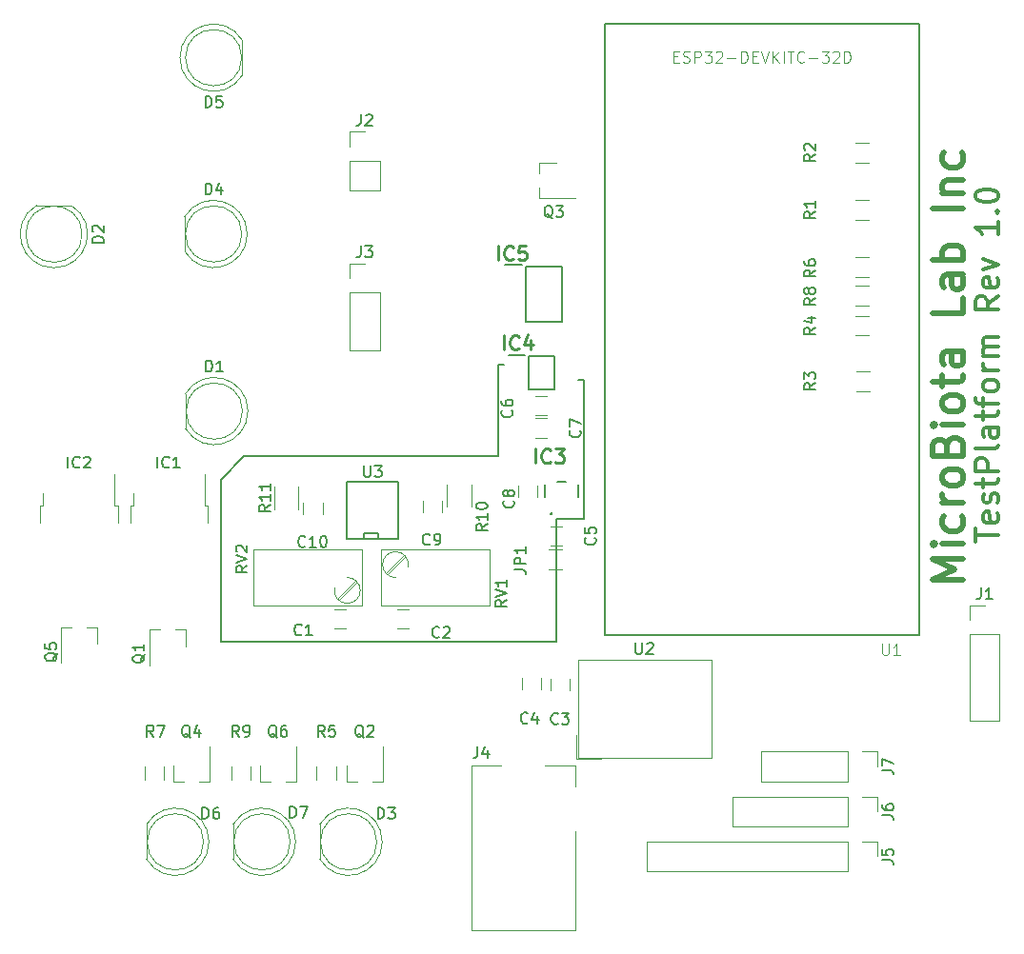
<source format=gto>
G04 #@! TF.GenerationSoftware,KiCad,Pcbnew,(5.0.0)*
G04 #@! TF.CreationDate,2018-12-05T14:54:44-08:00*
G04 #@! TF.ProjectId,TestPlatformBoard,54657374506C6174666F726D426F6172,rev?*
G04 #@! TF.SameCoordinates,Original*
G04 #@! TF.FileFunction,Legend,Top*
G04 #@! TF.FilePolarity,Positive*
%FSLAX46Y46*%
G04 Gerber Fmt 4.6, Leading zero omitted, Abs format (unit mm)*
G04 Created by KiCad (PCBNEW (5.0.0)) date 12/05/18 14:54:44*
%MOMM*%
%LPD*%
G01*
G04 APERTURE LIST*
%ADD10C,0.300000*%
%ADD11C,0.500000*%
%ADD12C,0.200000*%
%ADD13C,0.120000*%
%ADD14C,0.127000*%
%ADD15C,0.254000*%
%ADD16C,0.150000*%
%ADD17C,0.050000*%
G04 APERTURE END LIST*
D10*
X85104761Y-46211904D02*
X85104761Y-45069047D01*
X87104761Y-45640476D02*
X85104761Y-45640476D01*
X87009523Y-43640476D02*
X87104761Y-43830952D01*
X87104761Y-44211904D01*
X87009523Y-44402380D01*
X86819047Y-44497619D01*
X86057142Y-44497619D01*
X85866666Y-44402380D01*
X85771428Y-44211904D01*
X85771428Y-43830952D01*
X85866666Y-43640476D01*
X86057142Y-43545238D01*
X86247619Y-43545238D01*
X86438095Y-44497619D01*
X87009523Y-42783333D02*
X87104761Y-42592857D01*
X87104761Y-42211904D01*
X87009523Y-42021428D01*
X86819047Y-41926190D01*
X86723809Y-41926190D01*
X86533333Y-42021428D01*
X86438095Y-42211904D01*
X86438095Y-42497619D01*
X86342857Y-42688095D01*
X86152380Y-42783333D01*
X86057142Y-42783333D01*
X85866666Y-42688095D01*
X85771428Y-42497619D01*
X85771428Y-42211904D01*
X85866666Y-42021428D01*
X85771428Y-41354761D02*
X85771428Y-40592857D01*
X85104761Y-41069047D02*
X86819047Y-41069047D01*
X87009523Y-40973809D01*
X87104761Y-40783333D01*
X87104761Y-40592857D01*
X87104761Y-39926190D02*
X85104761Y-39926190D01*
X85104761Y-39164285D01*
X85200000Y-38973809D01*
X85295238Y-38878571D01*
X85485714Y-38783333D01*
X85771428Y-38783333D01*
X85961904Y-38878571D01*
X86057142Y-38973809D01*
X86152380Y-39164285D01*
X86152380Y-39926190D01*
X87104761Y-37640476D02*
X87009523Y-37830952D01*
X86819047Y-37926190D01*
X85104761Y-37926190D01*
X87104761Y-36021428D02*
X86057142Y-36021428D01*
X85866666Y-36116666D01*
X85771428Y-36307142D01*
X85771428Y-36688095D01*
X85866666Y-36878571D01*
X87009523Y-36021428D02*
X87104761Y-36211904D01*
X87104761Y-36688095D01*
X87009523Y-36878571D01*
X86819047Y-36973809D01*
X86628571Y-36973809D01*
X86438095Y-36878571D01*
X86342857Y-36688095D01*
X86342857Y-36211904D01*
X86247619Y-36021428D01*
X85771428Y-35354761D02*
X85771428Y-34592857D01*
X85104761Y-35069047D02*
X86819047Y-35069047D01*
X87009523Y-34973809D01*
X87104761Y-34783333D01*
X87104761Y-34592857D01*
X85771428Y-34211904D02*
X85771428Y-33450000D01*
X87104761Y-33926190D02*
X85390476Y-33926190D01*
X85200000Y-33830952D01*
X85104761Y-33640476D01*
X85104761Y-33450000D01*
X87104761Y-32497619D02*
X87009523Y-32688095D01*
X86914285Y-32783333D01*
X86723809Y-32878571D01*
X86152380Y-32878571D01*
X85961904Y-32783333D01*
X85866666Y-32688095D01*
X85771428Y-32497619D01*
X85771428Y-32211904D01*
X85866666Y-32021428D01*
X85961904Y-31926190D01*
X86152380Y-31830952D01*
X86723809Y-31830952D01*
X86914285Y-31926190D01*
X87009523Y-32021428D01*
X87104761Y-32211904D01*
X87104761Y-32497619D01*
X87104761Y-30973809D02*
X85771428Y-30973809D01*
X86152380Y-30973809D02*
X85961904Y-30878571D01*
X85866666Y-30783333D01*
X85771428Y-30592857D01*
X85771428Y-30402380D01*
X87104761Y-29735714D02*
X85771428Y-29735714D01*
X85961904Y-29735714D02*
X85866666Y-29640476D01*
X85771428Y-29450000D01*
X85771428Y-29164285D01*
X85866666Y-28973809D01*
X86057142Y-28878571D01*
X87104761Y-28878571D01*
X86057142Y-28878571D02*
X85866666Y-28783333D01*
X85771428Y-28592857D01*
X85771428Y-28307142D01*
X85866666Y-28116666D01*
X86057142Y-28021428D01*
X87104761Y-28021428D01*
X87104761Y-24402380D02*
X86152380Y-25069047D01*
X87104761Y-25545238D02*
X85104761Y-25545238D01*
X85104761Y-24783333D01*
X85200000Y-24592857D01*
X85295238Y-24497619D01*
X85485714Y-24402380D01*
X85771428Y-24402380D01*
X85961904Y-24497619D01*
X86057142Y-24592857D01*
X86152380Y-24783333D01*
X86152380Y-25545238D01*
X87009523Y-22783333D02*
X87104761Y-22973809D01*
X87104761Y-23354761D01*
X87009523Y-23545238D01*
X86819047Y-23640476D01*
X86057142Y-23640476D01*
X85866666Y-23545238D01*
X85771428Y-23354761D01*
X85771428Y-22973809D01*
X85866666Y-22783333D01*
X86057142Y-22688095D01*
X86247619Y-22688095D01*
X86438095Y-23640476D01*
X85771428Y-22021428D02*
X87104761Y-21545238D01*
X85771428Y-21069047D01*
X87104761Y-17735714D02*
X87104761Y-18878571D01*
X87104761Y-18307142D02*
X85104761Y-18307142D01*
X85390476Y-18497619D01*
X85580952Y-18688095D01*
X85676190Y-18878571D01*
X86914285Y-16878571D02*
X87009523Y-16783333D01*
X87104761Y-16878571D01*
X87009523Y-16973809D01*
X86914285Y-16878571D01*
X87104761Y-16878571D01*
X85104761Y-15545238D02*
X85104761Y-15354761D01*
X85200000Y-15164285D01*
X85295238Y-15069047D01*
X85485714Y-14973809D01*
X85866666Y-14878571D01*
X86342857Y-14878571D01*
X86723809Y-14973809D01*
X86914285Y-15069047D01*
X87009523Y-15164285D01*
X87104761Y-15354761D01*
X87104761Y-15545238D01*
X87009523Y-15735714D01*
X86914285Y-15830952D01*
X86723809Y-15926190D01*
X86342857Y-16021428D01*
X85866666Y-16021428D01*
X85485714Y-15926190D01*
X85295238Y-15830952D01*
X85200000Y-15735714D01*
X85104761Y-15545238D01*
D11*
X83994047Y-49572619D02*
X81244047Y-49572619D01*
X83208333Y-48655952D01*
X81244047Y-47739285D01*
X83994047Y-47739285D01*
X83994047Y-46429761D02*
X82160714Y-46429761D01*
X81244047Y-46429761D02*
X81375000Y-46560714D01*
X81505952Y-46429761D01*
X81375000Y-46298809D01*
X81244047Y-46429761D01*
X81505952Y-46429761D01*
X83863095Y-43941666D02*
X83994047Y-44203571D01*
X83994047Y-44727380D01*
X83863095Y-44989285D01*
X83732142Y-45120238D01*
X83470238Y-45251190D01*
X82684523Y-45251190D01*
X82422619Y-45120238D01*
X82291666Y-44989285D01*
X82160714Y-44727380D01*
X82160714Y-44203571D01*
X82291666Y-43941666D01*
X83994047Y-42763095D02*
X82160714Y-42763095D01*
X82684523Y-42763095D02*
X82422619Y-42632142D01*
X82291666Y-42501190D01*
X82160714Y-42239285D01*
X82160714Y-41977380D01*
X83994047Y-40667857D02*
X83863095Y-40929761D01*
X83732142Y-41060714D01*
X83470238Y-41191666D01*
X82684523Y-41191666D01*
X82422619Y-41060714D01*
X82291666Y-40929761D01*
X82160714Y-40667857D01*
X82160714Y-40275000D01*
X82291666Y-40013095D01*
X82422619Y-39882142D01*
X82684523Y-39751190D01*
X83470238Y-39751190D01*
X83732142Y-39882142D01*
X83863095Y-40013095D01*
X83994047Y-40275000D01*
X83994047Y-40667857D01*
X82553571Y-37655952D02*
X82684523Y-37263095D01*
X82815476Y-37132142D01*
X83077380Y-37001190D01*
X83470238Y-37001190D01*
X83732142Y-37132142D01*
X83863095Y-37263095D01*
X83994047Y-37525000D01*
X83994047Y-38572619D01*
X81244047Y-38572619D01*
X81244047Y-37655952D01*
X81375000Y-37394047D01*
X81505952Y-37263095D01*
X81767857Y-37132142D01*
X82029761Y-37132142D01*
X82291666Y-37263095D01*
X82422619Y-37394047D01*
X82553571Y-37655952D01*
X82553571Y-38572619D01*
X83994047Y-35822619D02*
X82160714Y-35822619D01*
X81244047Y-35822619D02*
X81375000Y-35953571D01*
X81505952Y-35822619D01*
X81375000Y-35691666D01*
X81244047Y-35822619D01*
X81505952Y-35822619D01*
X83994047Y-34120238D02*
X83863095Y-34382142D01*
X83732142Y-34513095D01*
X83470238Y-34644047D01*
X82684523Y-34644047D01*
X82422619Y-34513095D01*
X82291666Y-34382142D01*
X82160714Y-34120238D01*
X82160714Y-33727380D01*
X82291666Y-33465476D01*
X82422619Y-33334523D01*
X82684523Y-33203571D01*
X83470238Y-33203571D01*
X83732142Y-33334523D01*
X83863095Y-33465476D01*
X83994047Y-33727380D01*
X83994047Y-34120238D01*
X82160714Y-32417857D02*
X82160714Y-31370238D01*
X81244047Y-32025000D02*
X83601190Y-32025000D01*
X83863095Y-31894047D01*
X83994047Y-31632142D01*
X83994047Y-31370238D01*
X83994047Y-29275000D02*
X82553571Y-29275000D01*
X82291666Y-29405952D01*
X82160714Y-29667857D01*
X82160714Y-30191666D01*
X82291666Y-30453571D01*
X83863095Y-29275000D02*
X83994047Y-29536904D01*
X83994047Y-30191666D01*
X83863095Y-30453571D01*
X83601190Y-30584523D01*
X83339285Y-30584523D01*
X83077380Y-30453571D01*
X82946428Y-30191666D01*
X82946428Y-29536904D01*
X82815476Y-29275000D01*
X83994047Y-24560714D02*
X83994047Y-25870238D01*
X81244047Y-25870238D01*
X83994047Y-22465476D02*
X82553571Y-22465476D01*
X82291666Y-22596428D01*
X82160714Y-22858333D01*
X82160714Y-23382142D01*
X82291666Y-23644047D01*
X83863095Y-22465476D02*
X83994047Y-22727380D01*
X83994047Y-23382142D01*
X83863095Y-23644047D01*
X83601190Y-23775000D01*
X83339285Y-23775000D01*
X83077380Y-23644047D01*
X82946428Y-23382142D01*
X82946428Y-22727380D01*
X82815476Y-22465476D01*
X83994047Y-21155952D02*
X81244047Y-21155952D01*
X82291666Y-21155952D02*
X82160714Y-20894047D01*
X82160714Y-20370238D01*
X82291666Y-20108333D01*
X82422619Y-19977380D01*
X82684523Y-19846428D01*
X83470238Y-19846428D01*
X83732142Y-19977380D01*
X83863095Y-20108333D01*
X83994047Y-20370238D01*
X83994047Y-20894047D01*
X83863095Y-21155952D01*
X83994047Y-16572619D02*
X81244047Y-16572619D01*
X82160714Y-15263095D02*
X83994047Y-15263095D01*
X82422619Y-15263095D02*
X82291666Y-15132142D01*
X82160714Y-14870238D01*
X82160714Y-14477380D01*
X82291666Y-14215476D01*
X82553571Y-14084523D01*
X83994047Y-14084523D01*
X83863095Y-11596428D02*
X83994047Y-11858333D01*
X83994047Y-12382142D01*
X83863095Y-12644047D01*
X83732142Y-12775000D01*
X83470238Y-12905952D01*
X82684523Y-12905952D01*
X82422619Y-12775000D01*
X82291666Y-12644047D01*
X82160714Y-12382142D01*
X82160714Y-11858333D01*
X82291666Y-11596428D01*
D12*
X42700000Y-38600000D02*
X20100000Y-38600000D01*
X18000000Y-40700000D02*
X20100000Y-38600000D01*
X18000000Y-55100000D02*
X18000000Y-40700000D01*
X47800000Y-55100000D02*
X47800000Y-44200000D01*
X42700000Y-55100000D02*
X47800000Y-55100000D01*
X50300000Y-44200000D02*
X47800000Y-44200000D01*
X50300000Y-38700000D02*
X50300000Y-44200000D01*
X42700000Y-30500000D02*
X42700000Y-38600000D01*
X43200000Y-30500000D02*
X42700000Y-30500000D01*
X50300000Y-31800000D02*
X50300000Y-37500000D01*
X49800000Y-31800000D02*
X50300000Y-31800000D01*
X50300000Y-37500000D02*
X50300000Y-38700000D01*
X18000000Y-55100000D02*
X42700000Y-55100000D01*
D13*
G04 #@! TO.C,R4*
X74400000Y-26120000D02*
X75600000Y-26120000D01*
X75600000Y-27880000D02*
X74400000Y-27880000D01*
G04 #@! TO.C,Q1*
X14880000Y-54040000D02*
X13950000Y-54040000D01*
X11720000Y-54040000D02*
X12650000Y-54040000D01*
X11720000Y-54040000D02*
X11720000Y-57200000D01*
X14880000Y-54040000D02*
X14880000Y-55500000D01*
D14*
G04 #@! TO.C,U1*
X52150000Y-150000D02*
X80050000Y-150000D01*
X52150000Y-54550000D02*
X52150000Y-150000D01*
X80050000Y-54550000D02*
X52150000Y-54550000D01*
X80050000Y-150000D02*
X80050000Y-54550000D01*
D13*
G04 #@! TO.C,C9*
X35950000Y-42600000D02*
X35950000Y-43600000D01*
X37650000Y-43600000D02*
X37650000Y-42600000D01*
G04 #@! TO.C,C10*
X27050000Y-43750000D02*
X27050000Y-42750000D01*
X25350000Y-42750000D02*
X25350000Y-43750000D01*
G04 #@! TO.C,R1*
X74400000Y-15820000D02*
X75600000Y-15820000D01*
X75600000Y-17580000D02*
X74400000Y-17580000D01*
G04 #@! TO.C,R5*
X28280000Y-66200000D02*
X28280000Y-67400000D01*
X26520000Y-67400000D02*
X26520000Y-66200000D01*
G04 #@! TO.C,R6*
X75600000Y-22680000D02*
X74400000Y-22680000D01*
X74400000Y-20920000D02*
X75600000Y-20920000D01*
G04 #@! TO.C,R2*
X74400000Y-10720000D02*
X75600000Y-10720000D01*
X75600000Y-12480000D02*
X74400000Y-12480000D01*
G04 #@! TO.C,R8*
X75600000Y-25180000D02*
X74400000Y-25180000D01*
X74400000Y-23420000D02*
X75600000Y-23420000D01*
G04 #@! TO.C,R7*
X12980000Y-66200000D02*
X12980000Y-67400000D01*
X11220000Y-67400000D02*
X11220000Y-66200000D01*
G04 #@! TO.C,R3*
X74500000Y-31070000D02*
X75700000Y-31070000D01*
X75700000Y-32830000D02*
X74500000Y-32830000D01*
D12*
G04 #@! TO.C,IC4*
X45350000Y-29675000D02*
X47650000Y-29675000D01*
X47650000Y-29675000D02*
X47650000Y-32675000D01*
X47650000Y-32675000D02*
X45350000Y-32675000D01*
X45350000Y-32675000D02*
X45350000Y-29675000D01*
X43600000Y-29625000D02*
X45000000Y-29625000D01*
G04 #@! TO.C,IC5*
X45100000Y-21750000D02*
X48300000Y-21750000D01*
X48300000Y-21750000D02*
X48300000Y-26650000D01*
X48300000Y-26650000D02*
X45100000Y-26650000D01*
X45100000Y-26650000D02*
X45100000Y-21750000D01*
X43225000Y-21620000D02*
X44750000Y-21620000D01*
D13*
G04 #@! TO.C,J1*
X84570000Y-51870000D02*
X85900000Y-51870000D01*
X84570000Y-53200000D02*
X84570000Y-51870000D01*
X84570000Y-54470000D02*
X87230000Y-54470000D01*
X87230000Y-54470000D02*
X87230000Y-62150000D01*
X84570000Y-54470000D02*
X84570000Y-62150000D01*
X84570000Y-62150000D02*
X87230000Y-62150000D01*
G04 #@! TO.C,J2*
X29470000Y-9770000D02*
X30800000Y-9770000D01*
X29470000Y-11100000D02*
X29470000Y-9770000D01*
X29470000Y-12370000D02*
X32130000Y-12370000D01*
X32130000Y-12370000D02*
X32130000Y-14970000D01*
X29470000Y-12370000D02*
X29470000Y-14970000D01*
X29470000Y-14970000D02*
X32130000Y-14970000D01*
D12*
G04 #@! TO.C,IC3*
X46850000Y-41137000D02*
X46850000Y-42260000D01*
X49750000Y-41137000D02*
X49750000Y-42260000D01*
X47950000Y-40901000D02*
X48650000Y-40901000D01*
D15*
X47378300Y-43712000D02*
G75*
G03X47378300Y-43712000I-59300J0D01*
G01*
D13*
G04 #@! TO.C,IC1*
X16850000Y-44530000D02*
X16850000Y-43030000D01*
X16850000Y-43030000D02*
X16580000Y-43030000D01*
X16580000Y-43030000D02*
X16580000Y-40200000D01*
X9950000Y-44530000D02*
X9950000Y-43030000D01*
X9950000Y-43030000D02*
X10220000Y-43030000D01*
X10220000Y-43030000D02*
X10220000Y-41930000D01*
G04 #@! TO.C,IC2*
X2220000Y-43030000D02*
X2220000Y-41930000D01*
X1950000Y-43030000D02*
X2220000Y-43030000D01*
X1950000Y-44530000D02*
X1950000Y-43030000D01*
X8580000Y-43030000D02*
X8580000Y-40200000D01*
X8850000Y-43030000D02*
X8580000Y-43030000D01*
X8850000Y-44530000D02*
X8850000Y-43030000D01*
G04 #@! TO.C,D4*
X20360000Y-18850462D02*
G75*
G03X14810000Y-17305170I-2990000J462D01*
G01*
X20360000Y-18849538D02*
G75*
G02X14810000Y-20394830I-2990000J-462D01*
G01*
X19870000Y-18850000D02*
G75*
G03X19870000Y-18850000I-2500000J0D01*
G01*
X14810000Y-17305000D02*
X14810000Y-20395000D01*
G04 #@! TO.C,D5*
X19930000Y-4720000D02*
X19930000Y-1630000D01*
X19870000Y-3175000D02*
G75*
G03X19870000Y-3175000I-2500000J0D01*
G01*
X14380000Y-3175462D02*
G75*
G02X19930000Y-1630170I2990000J462D01*
G01*
X14380000Y-3174538D02*
G75*
G03X19930000Y-4719830I2990000J-462D01*
G01*
G04 #@! TO.C,D7*
X19110000Y-71355000D02*
X19110000Y-74445000D01*
X24170000Y-72900000D02*
G75*
G03X24170000Y-72900000I-2500000J0D01*
G01*
X24660000Y-72899538D02*
G75*
G02X19110000Y-74444830I-2990000J-462D01*
G01*
X24660000Y-72900462D02*
G75*
G03X19110000Y-71355170I-2990000J462D01*
G01*
G04 #@! TO.C,C8*
X44450000Y-41200000D02*
X44450000Y-42200000D01*
X46150000Y-42200000D02*
X46150000Y-41200000D01*
G04 #@! TO.C,C6*
X47000000Y-33250000D02*
X46000000Y-33250000D01*
X46000000Y-34950000D02*
X47000000Y-34950000D01*
G04 #@! TO.C,C7*
X45950000Y-36950000D02*
X46950000Y-36950000D01*
X46950000Y-35250000D02*
X45950000Y-35250000D01*
G04 #@! TO.C,C5*
X47300000Y-46550000D02*
X48300000Y-46550000D01*
X48300000Y-44850000D02*
X47300000Y-44850000D01*
G04 #@! TO.C,JP1*
X48350000Y-48680000D02*
X47150000Y-48680000D01*
X47150000Y-46920000D02*
X48350000Y-46920000D01*
G04 #@! TO.C,J3*
X29470000Y-21470000D02*
X30800000Y-21470000D01*
X29470000Y-22800000D02*
X29470000Y-21470000D01*
X29470000Y-24070000D02*
X32130000Y-24070000D01*
X32130000Y-24070000D02*
X32130000Y-29210000D01*
X29470000Y-24070000D02*
X29470000Y-29210000D01*
X29470000Y-29210000D02*
X32130000Y-29210000D01*
G04 #@! TO.C,Q3*
X46340000Y-12520000D02*
X46340000Y-13450000D01*
X46340000Y-15680000D02*
X46340000Y-14750000D01*
X46340000Y-15680000D02*
X49500000Y-15680000D01*
X46340000Y-12520000D02*
X47800000Y-12520000D01*
G04 #@! TO.C,Q6*
X21520000Y-67560000D02*
X21520000Y-66100000D01*
X24680000Y-67560000D02*
X24680000Y-64400000D01*
X24680000Y-67560000D02*
X23750000Y-67560000D01*
X21520000Y-67560000D02*
X22450000Y-67560000D01*
G04 #@! TO.C,Q2*
X29220000Y-67560000D02*
X29220000Y-66100000D01*
X32380000Y-67560000D02*
X32380000Y-64400000D01*
X32380000Y-67560000D02*
X31450000Y-67560000D01*
X29220000Y-67560000D02*
X30150000Y-67560000D01*
G04 #@! TO.C,J5*
X76330000Y-72870000D02*
X76330000Y-74200000D01*
X75000000Y-72870000D02*
X76330000Y-72870000D01*
X73730000Y-72870000D02*
X73730000Y-75530000D01*
X73730000Y-75530000D02*
X55890000Y-75530000D01*
X73730000Y-72870000D02*
X55890000Y-72870000D01*
X55890000Y-72870000D02*
X55890000Y-75530000D01*
G04 #@! TO.C,Q5*
X6980000Y-53840000D02*
X6050000Y-53840000D01*
X3820000Y-53840000D02*
X4750000Y-53840000D01*
X3820000Y-53840000D02*
X3820000Y-57000000D01*
X6980000Y-53840000D02*
X6980000Y-55300000D01*
G04 #@! TO.C,Q4*
X13820000Y-67560000D02*
X13820000Y-66100000D01*
X16980000Y-67560000D02*
X16980000Y-64400000D01*
X16980000Y-67560000D02*
X16050000Y-67560000D01*
X13820000Y-67560000D02*
X14750000Y-67560000D01*
G04 #@! TO.C,C1*
X29100000Y-52250000D02*
X28100000Y-52250000D01*
X28100000Y-53950000D02*
X29100000Y-53950000D01*
G04 #@! TO.C,C4*
X46450000Y-59350000D02*
X46450000Y-58350000D01*
X44750000Y-58350000D02*
X44750000Y-59350000D01*
G04 #@! TO.C,C2*
X34700000Y-52250000D02*
X33700000Y-52250000D01*
X33700000Y-53950000D02*
X34700000Y-53950000D01*
G04 #@! TO.C,C3*
X47350000Y-58450000D02*
X47350000Y-59450000D01*
X49050000Y-59450000D02*
X49050000Y-58450000D01*
G04 #@! TO.C,RV1*
X32809000Y-49125000D02*
X34421000Y-47515000D01*
X32669000Y-48984000D02*
X34280000Y-47374000D01*
X32215000Y-51870000D02*
X32215000Y-46919000D01*
X41865000Y-51870000D02*
X41865000Y-46919000D01*
X41865000Y-46919000D02*
X32215000Y-46919000D01*
X41865000Y-51870000D02*
X32215000Y-51870000D01*
X33524879Y-47095948D02*
G75*
G02X34674000Y-48490000I20121J-1154052D01*
G01*
X33585309Y-49404296D02*
G75*
G02X33545000Y-47095000I-40309J1154296D01*
G01*
G04 #@! TO.C,R11*
X22730000Y-43300000D02*
X22730000Y-41300000D01*
X24870000Y-41300000D02*
X24870000Y-43300000D01*
G04 #@! TO.C,R9*
X20680000Y-66200000D02*
X20680000Y-67400000D01*
X18920000Y-67400000D02*
X18920000Y-66200000D01*
G04 #@! TO.C,R10*
X40270000Y-41100000D02*
X40270000Y-43100000D01*
X38130000Y-43100000D02*
X38130000Y-41100000D01*
D16*
G04 #@! TO.C,U3*
X32008000Y-45432000D02*
X32008000Y-45940000D01*
X30738000Y-45432000D02*
X32008000Y-45432000D01*
X30738000Y-45940000D02*
X30738000Y-45432000D01*
X33786000Y-45940000D02*
X29214000Y-45940000D01*
X33786000Y-40860000D02*
X33786000Y-45940000D01*
X29214000Y-40860000D02*
X33786000Y-40860000D01*
X29214000Y-45940000D02*
X29214000Y-40860000D01*
D13*
G04 #@! TO.C,RV2*
X29214691Y-49395704D02*
G75*
G02X29255000Y-51705000I40309J-1154296D01*
G01*
X29275121Y-51704052D02*
G75*
G02X28126000Y-50310000I-20121J1154052D01*
G01*
X20935000Y-46930000D02*
X30585000Y-46930000D01*
X20935000Y-51881000D02*
X30585000Y-51881000D01*
X20935000Y-46930000D02*
X20935000Y-51881000D01*
X30585000Y-46930000D02*
X30585000Y-51881000D01*
X30131000Y-49816000D02*
X28520000Y-51426000D01*
X29991000Y-49675000D02*
X28379000Y-51285000D01*
G04 #@! TO.C,J4*
X40300000Y-66100000D02*
X42900000Y-66100000D01*
X40300000Y-80800000D02*
X40300000Y-66100000D01*
X49500000Y-66100000D02*
X49500000Y-68000000D01*
X46800000Y-66100000D02*
X49500000Y-66100000D01*
X49500000Y-80800000D02*
X40300000Y-80800000D01*
X49500000Y-72000000D02*
X49500000Y-80800000D01*
G04 #@! TO.C,D1*
X20420000Y-34600462D02*
G75*
G03X14870000Y-33055170I-2990000J462D01*
G01*
X20420000Y-34599538D02*
G75*
G02X14870000Y-36144830I-2990000J-462D01*
G01*
X19930000Y-34600000D02*
G75*
G03X19930000Y-34600000I-2500000J0D01*
G01*
X14870000Y-33055000D02*
X14870000Y-36145000D01*
G04 #@! TO.C,D2*
X4720000Y-16310000D02*
X1630000Y-16310000D01*
X5675000Y-18870000D02*
G75*
G03X5675000Y-18870000I-2500000J0D01*
G01*
X3175462Y-21860000D02*
G75*
G02X1630170Y-16310000I-462J2990000D01*
G01*
X3174538Y-21860000D02*
G75*
G03X4719830Y-16310000I462J2990000D01*
G01*
G04 #@! TO.C,D3*
X26810000Y-71355000D02*
X26810000Y-74445000D01*
X31870000Y-72900000D02*
G75*
G03X31870000Y-72900000I-2500000J0D01*
G01*
X32360000Y-72899538D02*
G75*
G02X26810000Y-74444830I-2990000J-462D01*
G01*
X32360000Y-72900462D02*
G75*
G03X26810000Y-71355170I-2990000J462D01*
G01*
G04 #@! TO.C,D6*
X16960000Y-72900462D02*
G75*
G03X11410000Y-71355170I-2990000J462D01*
G01*
X16960000Y-72899538D02*
G75*
G02X11410000Y-74444830I-2990000J-462D01*
G01*
X16470000Y-72900000D02*
G75*
G03X16470000Y-72900000I-2500000J0D01*
G01*
X11410000Y-71355000D02*
X11410000Y-74445000D01*
G04 #@! TO.C,J6*
X76330000Y-68870000D02*
X76330000Y-70200000D01*
X75000000Y-68870000D02*
X76330000Y-68870000D01*
X73730000Y-68870000D02*
X73730000Y-71530000D01*
X73730000Y-71530000D02*
X63510000Y-71530000D01*
X73730000Y-68870000D02*
X63510000Y-68870000D01*
X63510000Y-68870000D02*
X63510000Y-71530000D01*
G04 #@! TO.C,J7*
X76330000Y-64870000D02*
X76330000Y-66200000D01*
X75000000Y-64870000D02*
X76330000Y-64870000D01*
X73730000Y-64870000D02*
X73730000Y-67530000D01*
X73730000Y-67530000D02*
X66050000Y-67530000D01*
X73730000Y-64870000D02*
X66050000Y-64870000D01*
X66050000Y-64870000D02*
X66050000Y-67530000D01*
G04 #@! TO.C,U2*
X61590000Y-56700000D02*
X49790000Y-56700000D01*
X61590000Y-65400000D02*
X61590000Y-56700000D01*
X49790000Y-65400000D02*
X61590000Y-65400000D01*
X49790000Y-56700000D02*
X49790000Y-65400000D01*
X49640000Y-65550000D02*
X51790000Y-65550000D01*
X49640000Y-63400000D02*
X49640000Y-65550000D01*
G04 #@! TO.C,R4*
D16*
X70852380Y-27166666D02*
X70376190Y-27500000D01*
X70852380Y-27738095D02*
X69852380Y-27738095D01*
X69852380Y-27357142D01*
X69900000Y-27261904D01*
X69947619Y-27214285D01*
X70042857Y-27166666D01*
X70185714Y-27166666D01*
X70280952Y-27214285D01*
X70328571Y-27261904D01*
X70376190Y-27357142D01*
X70376190Y-27738095D01*
X70185714Y-26309523D02*
X70852380Y-26309523D01*
X69804761Y-26547619D02*
X70519047Y-26785714D01*
X70519047Y-26166666D01*
G04 #@! TO.C,Q1*
X11247619Y-56245238D02*
X11200000Y-56340476D01*
X11104761Y-56435714D01*
X10961904Y-56578571D01*
X10914285Y-56673809D01*
X10914285Y-56769047D01*
X11152380Y-56721428D02*
X11104761Y-56816666D01*
X11009523Y-56911904D01*
X10819047Y-56959523D01*
X10485714Y-56959523D01*
X10295238Y-56911904D01*
X10200000Y-56816666D01*
X10152380Y-56721428D01*
X10152380Y-56530952D01*
X10200000Y-56435714D01*
X10295238Y-56340476D01*
X10485714Y-56292857D01*
X10819047Y-56292857D01*
X11009523Y-56340476D01*
X11104761Y-56435714D01*
X11152380Y-56530952D01*
X11152380Y-56721428D01*
X11152380Y-55340476D02*
X11152380Y-55911904D01*
X11152380Y-55626190D02*
X10152380Y-55626190D01*
X10295238Y-55721428D01*
X10390476Y-55816666D01*
X10438095Y-55911904D01*
G04 #@! TO.C,U1*
D17*
X76802198Y-55298167D02*
X76802198Y-56108006D01*
X76849835Y-56203282D01*
X76897473Y-56250919D01*
X76992748Y-56298557D01*
X77183299Y-56298557D01*
X77278574Y-56250919D01*
X77326211Y-56203282D01*
X77373849Y-56108006D01*
X77373849Y-55298167D01*
X78374239Y-56298557D02*
X77802588Y-56298557D01*
X78088413Y-56298557D02*
X78088413Y-55298167D01*
X77993138Y-55441080D01*
X77897863Y-55536355D01*
X77802588Y-55583993D01*
X58258441Y-3078496D02*
X58592125Y-3078496D01*
X58735132Y-3602855D02*
X58258441Y-3602855D01*
X58258441Y-2601805D01*
X58735132Y-2601805D01*
X59116484Y-3555186D02*
X59259491Y-3602855D01*
X59497836Y-3602855D01*
X59593175Y-3555186D01*
X59640844Y-3507517D01*
X59688513Y-3412179D01*
X59688513Y-3316841D01*
X59640844Y-3221503D01*
X59593175Y-3173834D01*
X59497836Y-3126165D01*
X59307160Y-3078496D01*
X59211822Y-3030827D01*
X59164153Y-2983158D01*
X59116484Y-2887820D01*
X59116484Y-2792482D01*
X59164153Y-2697144D01*
X59211822Y-2649475D01*
X59307160Y-2601805D01*
X59545505Y-2601805D01*
X59688513Y-2649475D01*
X60117534Y-3602855D02*
X60117534Y-2601805D01*
X60498886Y-2601805D01*
X60594225Y-2649475D01*
X60641894Y-2697144D01*
X60689563Y-2792482D01*
X60689563Y-2935489D01*
X60641894Y-3030827D01*
X60594225Y-3078496D01*
X60498886Y-3126165D01*
X60117534Y-3126165D01*
X61023246Y-2601805D02*
X61642944Y-2601805D01*
X61309260Y-2983158D01*
X61452267Y-2983158D01*
X61547605Y-3030827D01*
X61595275Y-3078496D01*
X61642944Y-3173834D01*
X61642944Y-3412179D01*
X61595275Y-3507517D01*
X61547605Y-3555186D01*
X61452267Y-3602855D01*
X61166253Y-3602855D01*
X61070915Y-3555186D01*
X61023246Y-3507517D01*
X62024296Y-2697144D02*
X62071965Y-2649475D01*
X62167303Y-2601805D01*
X62405648Y-2601805D01*
X62500986Y-2649475D01*
X62548655Y-2697144D01*
X62596325Y-2792482D01*
X62596325Y-2887820D01*
X62548655Y-3030827D01*
X61976627Y-3602855D01*
X62596325Y-3602855D01*
X63025346Y-3221503D02*
X63788051Y-3221503D01*
X64264741Y-3602855D02*
X64264741Y-2601805D01*
X64503086Y-2601805D01*
X64646094Y-2649475D01*
X64741432Y-2744813D01*
X64789101Y-2840151D01*
X64836770Y-3030827D01*
X64836770Y-3173834D01*
X64789101Y-3364510D01*
X64741432Y-3459848D01*
X64646094Y-3555186D01*
X64503086Y-3602855D01*
X64264741Y-3602855D01*
X65265791Y-3078496D02*
X65599475Y-3078496D01*
X65742482Y-3602855D02*
X65265791Y-3602855D01*
X65265791Y-2601805D01*
X65742482Y-2601805D01*
X66028496Y-2601805D02*
X66362179Y-3602855D01*
X66695863Y-2601805D01*
X67029546Y-3602855D02*
X67029546Y-2601805D01*
X67601575Y-3602855D02*
X67172553Y-3030827D01*
X67601575Y-2601805D02*
X67029546Y-3173834D01*
X68030596Y-3602855D02*
X68030596Y-2601805D01*
X68364279Y-2601805D02*
X68936308Y-2601805D01*
X68650294Y-3602855D02*
X68650294Y-2601805D01*
X69842020Y-3507517D02*
X69794351Y-3555186D01*
X69651344Y-3602855D01*
X69556005Y-3602855D01*
X69412998Y-3555186D01*
X69317660Y-3459848D01*
X69269991Y-3364510D01*
X69222322Y-3173834D01*
X69222322Y-3030827D01*
X69269991Y-2840151D01*
X69317660Y-2744813D01*
X69412998Y-2649475D01*
X69556005Y-2601805D01*
X69651344Y-2601805D01*
X69794351Y-2649475D01*
X69842020Y-2697144D01*
X70271041Y-3221503D02*
X71033746Y-3221503D01*
X71415098Y-2601805D02*
X72034796Y-2601805D01*
X71701113Y-2983158D01*
X71844120Y-2983158D01*
X71939458Y-3030827D01*
X71987127Y-3078496D01*
X72034796Y-3173834D01*
X72034796Y-3412179D01*
X71987127Y-3507517D01*
X71939458Y-3555186D01*
X71844120Y-3602855D01*
X71558105Y-3602855D01*
X71462767Y-3555186D01*
X71415098Y-3507517D01*
X72416148Y-2697144D02*
X72463817Y-2649475D01*
X72559155Y-2601805D01*
X72797501Y-2601805D01*
X72892839Y-2649475D01*
X72940508Y-2697144D01*
X72988177Y-2792482D01*
X72988177Y-2887820D01*
X72940508Y-3030827D01*
X72368479Y-3602855D01*
X72988177Y-3602855D01*
X73417198Y-3602855D02*
X73417198Y-2601805D01*
X73655544Y-2601805D01*
X73798551Y-2649475D01*
X73893889Y-2744813D01*
X73941558Y-2840151D01*
X73989227Y-3030827D01*
X73989227Y-3173834D01*
X73941558Y-3364510D01*
X73893889Y-3459848D01*
X73798551Y-3555186D01*
X73655544Y-3602855D01*
X73417198Y-3602855D01*
G04 #@! TO.C,C9*
D16*
X36583333Y-46407142D02*
X36535714Y-46454761D01*
X36392857Y-46502380D01*
X36297619Y-46502380D01*
X36154761Y-46454761D01*
X36059523Y-46359523D01*
X36011904Y-46264285D01*
X35964285Y-46073809D01*
X35964285Y-45930952D01*
X36011904Y-45740476D01*
X36059523Y-45645238D01*
X36154761Y-45550000D01*
X36297619Y-45502380D01*
X36392857Y-45502380D01*
X36535714Y-45550000D01*
X36583333Y-45597619D01*
X37059523Y-46502380D02*
X37250000Y-46502380D01*
X37345238Y-46454761D01*
X37392857Y-46407142D01*
X37488095Y-46264285D01*
X37535714Y-46073809D01*
X37535714Y-45692857D01*
X37488095Y-45597619D01*
X37440476Y-45550000D01*
X37345238Y-45502380D01*
X37154761Y-45502380D01*
X37059523Y-45550000D01*
X37011904Y-45597619D01*
X36964285Y-45692857D01*
X36964285Y-45930952D01*
X37011904Y-46026190D01*
X37059523Y-46073809D01*
X37154761Y-46121428D01*
X37345238Y-46121428D01*
X37440476Y-46073809D01*
X37488095Y-46026190D01*
X37535714Y-45930952D01*
G04 #@! TO.C,C10*
X25507142Y-46607142D02*
X25459523Y-46654761D01*
X25316666Y-46702380D01*
X25221428Y-46702380D01*
X25078571Y-46654761D01*
X24983333Y-46559523D01*
X24935714Y-46464285D01*
X24888095Y-46273809D01*
X24888095Y-46130952D01*
X24935714Y-45940476D01*
X24983333Y-45845238D01*
X25078571Y-45750000D01*
X25221428Y-45702380D01*
X25316666Y-45702380D01*
X25459523Y-45750000D01*
X25507142Y-45797619D01*
X26459523Y-46702380D02*
X25888095Y-46702380D01*
X26173809Y-46702380D02*
X26173809Y-45702380D01*
X26078571Y-45845238D01*
X25983333Y-45940476D01*
X25888095Y-45988095D01*
X27078571Y-45702380D02*
X27173809Y-45702380D01*
X27269047Y-45750000D01*
X27316666Y-45797619D01*
X27364285Y-45892857D01*
X27411904Y-46083333D01*
X27411904Y-46321428D01*
X27364285Y-46511904D01*
X27316666Y-46607142D01*
X27269047Y-46654761D01*
X27173809Y-46702380D01*
X27078571Y-46702380D01*
X26983333Y-46654761D01*
X26935714Y-46607142D01*
X26888095Y-46511904D01*
X26840476Y-46321428D01*
X26840476Y-46083333D01*
X26888095Y-45892857D01*
X26935714Y-45797619D01*
X26983333Y-45750000D01*
X27078571Y-45702380D01*
G04 #@! TO.C,R1*
X70852380Y-16866666D02*
X70376190Y-17200000D01*
X70852380Y-17438095D02*
X69852380Y-17438095D01*
X69852380Y-17057142D01*
X69900000Y-16961904D01*
X69947619Y-16914285D01*
X70042857Y-16866666D01*
X70185714Y-16866666D01*
X70280952Y-16914285D01*
X70328571Y-16961904D01*
X70376190Y-17057142D01*
X70376190Y-17438095D01*
X70852380Y-15914285D02*
X70852380Y-16485714D01*
X70852380Y-16200000D02*
X69852380Y-16200000D01*
X69995238Y-16295238D01*
X70090476Y-16390476D01*
X70138095Y-16485714D01*
G04 #@! TO.C,R5*
X27233333Y-63552380D02*
X26900000Y-63076190D01*
X26661904Y-63552380D02*
X26661904Y-62552380D01*
X27042857Y-62552380D01*
X27138095Y-62600000D01*
X27185714Y-62647619D01*
X27233333Y-62742857D01*
X27233333Y-62885714D01*
X27185714Y-62980952D01*
X27138095Y-63028571D01*
X27042857Y-63076190D01*
X26661904Y-63076190D01*
X28138095Y-62552380D02*
X27661904Y-62552380D01*
X27614285Y-63028571D01*
X27661904Y-62980952D01*
X27757142Y-62933333D01*
X27995238Y-62933333D01*
X28090476Y-62980952D01*
X28138095Y-63028571D01*
X28185714Y-63123809D01*
X28185714Y-63361904D01*
X28138095Y-63457142D01*
X28090476Y-63504761D01*
X27995238Y-63552380D01*
X27757142Y-63552380D01*
X27661904Y-63504761D01*
X27614285Y-63457142D01*
G04 #@! TO.C,R6*
X70852380Y-22066666D02*
X70376190Y-22400000D01*
X70852380Y-22638095D02*
X69852380Y-22638095D01*
X69852380Y-22257142D01*
X69900000Y-22161904D01*
X69947619Y-22114285D01*
X70042857Y-22066666D01*
X70185714Y-22066666D01*
X70280952Y-22114285D01*
X70328571Y-22161904D01*
X70376190Y-22257142D01*
X70376190Y-22638095D01*
X69852380Y-21209523D02*
X69852380Y-21400000D01*
X69900000Y-21495238D01*
X69947619Y-21542857D01*
X70090476Y-21638095D01*
X70280952Y-21685714D01*
X70661904Y-21685714D01*
X70757142Y-21638095D01*
X70804761Y-21590476D01*
X70852380Y-21495238D01*
X70852380Y-21304761D01*
X70804761Y-21209523D01*
X70757142Y-21161904D01*
X70661904Y-21114285D01*
X70423809Y-21114285D01*
X70328571Y-21161904D01*
X70280952Y-21209523D01*
X70233333Y-21304761D01*
X70233333Y-21495238D01*
X70280952Y-21590476D01*
X70328571Y-21638095D01*
X70423809Y-21685714D01*
G04 #@! TO.C,R2*
X70852380Y-11766666D02*
X70376190Y-12100000D01*
X70852380Y-12338095D02*
X69852380Y-12338095D01*
X69852380Y-11957142D01*
X69900000Y-11861904D01*
X69947619Y-11814285D01*
X70042857Y-11766666D01*
X70185714Y-11766666D01*
X70280952Y-11814285D01*
X70328571Y-11861904D01*
X70376190Y-11957142D01*
X70376190Y-12338095D01*
X69947619Y-11385714D02*
X69900000Y-11338095D01*
X69852380Y-11242857D01*
X69852380Y-11004761D01*
X69900000Y-10909523D01*
X69947619Y-10861904D01*
X70042857Y-10814285D01*
X70138095Y-10814285D01*
X70280952Y-10861904D01*
X70852380Y-11433333D01*
X70852380Y-10814285D01*
G04 #@! TO.C,R8*
X70852380Y-24566666D02*
X70376190Y-24900000D01*
X70852380Y-25138095D02*
X69852380Y-25138095D01*
X69852380Y-24757142D01*
X69900000Y-24661904D01*
X69947619Y-24614285D01*
X70042857Y-24566666D01*
X70185714Y-24566666D01*
X70280952Y-24614285D01*
X70328571Y-24661904D01*
X70376190Y-24757142D01*
X70376190Y-25138095D01*
X70280952Y-23995238D02*
X70233333Y-24090476D01*
X70185714Y-24138095D01*
X70090476Y-24185714D01*
X70042857Y-24185714D01*
X69947619Y-24138095D01*
X69900000Y-24090476D01*
X69852380Y-23995238D01*
X69852380Y-23804761D01*
X69900000Y-23709523D01*
X69947619Y-23661904D01*
X70042857Y-23614285D01*
X70090476Y-23614285D01*
X70185714Y-23661904D01*
X70233333Y-23709523D01*
X70280952Y-23804761D01*
X70280952Y-23995238D01*
X70328571Y-24090476D01*
X70376190Y-24138095D01*
X70471428Y-24185714D01*
X70661904Y-24185714D01*
X70757142Y-24138095D01*
X70804761Y-24090476D01*
X70852380Y-23995238D01*
X70852380Y-23804761D01*
X70804761Y-23709523D01*
X70757142Y-23661904D01*
X70661904Y-23614285D01*
X70471428Y-23614285D01*
X70376190Y-23661904D01*
X70328571Y-23709523D01*
X70280952Y-23804761D01*
G04 #@! TO.C,R7*
X12033333Y-63552380D02*
X11700000Y-63076190D01*
X11461904Y-63552380D02*
X11461904Y-62552380D01*
X11842857Y-62552380D01*
X11938095Y-62600000D01*
X11985714Y-62647619D01*
X12033333Y-62742857D01*
X12033333Y-62885714D01*
X11985714Y-62980952D01*
X11938095Y-63028571D01*
X11842857Y-63076190D01*
X11461904Y-63076190D01*
X12366666Y-62552380D02*
X13033333Y-62552380D01*
X12604761Y-63552380D01*
G04 #@! TO.C,R3*
X70852380Y-32116666D02*
X70376190Y-32450000D01*
X70852380Y-32688095D02*
X69852380Y-32688095D01*
X69852380Y-32307142D01*
X69900000Y-32211904D01*
X69947619Y-32164285D01*
X70042857Y-32116666D01*
X70185714Y-32116666D01*
X70280952Y-32164285D01*
X70328571Y-32211904D01*
X70376190Y-32307142D01*
X70376190Y-32688095D01*
X69852380Y-31783333D02*
X69852380Y-31164285D01*
X70233333Y-31497619D01*
X70233333Y-31354761D01*
X70280952Y-31259523D01*
X70328571Y-31211904D01*
X70423809Y-31164285D01*
X70661904Y-31164285D01*
X70757142Y-31211904D01*
X70804761Y-31259523D01*
X70852380Y-31354761D01*
X70852380Y-31640476D01*
X70804761Y-31735714D01*
X70757142Y-31783333D01*
G04 #@! TO.C,IC4*
D15*
X43160238Y-29124523D02*
X43160238Y-27854523D01*
X44490714Y-29003571D02*
X44430238Y-29064047D01*
X44248809Y-29124523D01*
X44127857Y-29124523D01*
X43946428Y-29064047D01*
X43825476Y-28943095D01*
X43765000Y-28822142D01*
X43704523Y-28580238D01*
X43704523Y-28398809D01*
X43765000Y-28156904D01*
X43825476Y-28035952D01*
X43946428Y-27915000D01*
X44127857Y-27854523D01*
X44248809Y-27854523D01*
X44430238Y-27915000D01*
X44490714Y-27975476D01*
X45579285Y-28277857D02*
X45579285Y-29124523D01*
X45276904Y-27794047D02*
X44974523Y-28701190D01*
X45760714Y-28701190D01*
G04 #@! TO.C,IC5*
X42660238Y-21174523D02*
X42660238Y-19904523D01*
X43990714Y-21053571D02*
X43930238Y-21114047D01*
X43748809Y-21174523D01*
X43627857Y-21174523D01*
X43446428Y-21114047D01*
X43325476Y-20993095D01*
X43265000Y-20872142D01*
X43204523Y-20630238D01*
X43204523Y-20448809D01*
X43265000Y-20206904D01*
X43325476Y-20085952D01*
X43446428Y-19965000D01*
X43627857Y-19904523D01*
X43748809Y-19904523D01*
X43930238Y-19965000D01*
X43990714Y-20025476D01*
X45139761Y-19904523D02*
X44535000Y-19904523D01*
X44474523Y-20509285D01*
X44535000Y-20448809D01*
X44655952Y-20388333D01*
X44958333Y-20388333D01*
X45079285Y-20448809D01*
X45139761Y-20509285D01*
X45200238Y-20630238D01*
X45200238Y-20932619D01*
X45139761Y-21053571D01*
X45079285Y-21114047D01*
X44958333Y-21174523D01*
X44655952Y-21174523D01*
X44535000Y-21114047D01*
X44474523Y-21053571D01*
G04 #@! TO.C,J1*
D16*
X85566666Y-50322380D02*
X85566666Y-51036666D01*
X85519047Y-51179523D01*
X85423809Y-51274761D01*
X85280952Y-51322380D01*
X85185714Y-51322380D01*
X86566666Y-51322380D02*
X85995238Y-51322380D01*
X86280952Y-51322380D02*
X86280952Y-50322380D01*
X86185714Y-50465238D01*
X86090476Y-50560476D01*
X85995238Y-50608095D01*
G04 #@! TO.C,J2*
X30466666Y-8222380D02*
X30466666Y-8936666D01*
X30419047Y-9079523D01*
X30323809Y-9174761D01*
X30180952Y-9222380D01*
X30085714Y-9222380D01*
X30895238Y-8317619D02*
X30942857Y-8270000D01*
X31038095Y-8222380D01*
X31276190Y-8222380D01*
X31371428Y-8270000D01*
X31419047Y-8317619D01*
X31466666Y-8412857D01*
X31466666Y-8508095D01*
X31419047Y-8650952D01*
X30847619Y-9222380D01*
X31466666Y-9222380D01*
G04 #@! TO.C,IC3*
D15*
X45960238Y-39224523D02*
X45960238Y-37954523D01*
X47290714Y-39103571D02*
X47230238Y-39164047D01*
X47048809Y-39224523D01*
X46927857Y-39224523D01*
X46746428Y-39164047D01*
X46625476Y-39043095D01*
X46565000Y-38922142D01*
X46504523Y-38680238D01*
X46504523Y-38498809D01*
X46565000Y-38256904D01*
X46625476Y-38135952D01*
X46746428Y-38015000D01*
X46927857Y-37954523D01*
X47048809Y-37954523D01*
X47230238Y-38015000D01*
X47290714Y-38075476D01*
X47714047Y-37954523D02*
X48500238Y-37954523D01*
X48076904Y-38438333D01*
X48258333Y-38438333D01*
X48379285Y-38498809D01*
X48439761Y-38559285D01*
X48500238Y-38680238D01*
X48500238Y-38982619D01*
X48439761Y-39103571D01*
X48379285Y-39164047D01*
X48258333Y-39224523D01*
X47895476Y-39224523D01*
X47774523Y-39164047D01*
X47714047Y-39103571D01*
G04 #@! TO.C,IC1*
D16*
X12373809Y-39652380D02*
X12373809Y-38652380D01*
X13421428Y-39557142D02*
X13373809Y-39604761D01*
X13230952Y-39652380D01*
X13135714Y-39652380D01*
X12992857Y-39604761D01*
X12897619Y-39509523D01*
X12850000Y-39414285D01*
X12802380Y-39223809D01*
X12802380Y-39080952D01*
X12850000Y-38890476D01*
X12897619Y-38795238D01*
X12992857Y-38700000D01*
X13135714Y-38652380D01*
X13230952Y-38652380D01*
X13373809Y-38700000D01*
X13421428Y-38747619D01*
X14373809Y-39652380D02*
X13802380Y-39652380D01*
X14088095Y-39652380D02*
X14088095Y-38652380D01*
X13992857Y-38795238D01*
X13897619Y-38890476D01*
X13802380Y-38938095D01*
G04 #@! TO.C,IC2*
X4423809Y-39652380D02*
X4423809Y-38652380D01*
X5471428Y-39557142D02*
X5423809Y-39604761D01*
X5280952Y-39652380D01*
X5185714Y-39652380D01*
X5042857Y-39604761D01*
X4947619Y-39509523D01*
X4900000Y-39414285D01*
X4852380Y-39223809D01*
X4852380Y-39080952D01*
X4900000Y-38890476D01*
X4947619Y-38795238D01*
X5042857Y-38700000D01*
X5185714Y-38652380D01*
X5280952Y-38652380D01*
X5423809Y-38700000D01*
X5471428Y-38747619D01*
X5852380Y-38747619D02*
X5900000Y-38700000D01*
X5995238Y-38652380D01*
X6233333Y-38652380D01*
X6328571Y-38700000D01*
X6376190Y-38747619D01*
X6423809Y-38842857D01*
X6423809Y-38938095D01*
X6376190Y-39080952D01*
X5804761Y-39652380D01*
X6423809Y-39652380D01*
G04 #@! TO.C,D4*
X16631904Y-15342380D02*
X16631904Y-14342380D01*
X16870000Y-14342380D01*
X17012857Y-14390000D01*
X17108095Y-14485238D01*
X17155714Y-14580476D01*
X17203333Y-14770952D01*
X17203333Y-14913809D01*
X17155714Y-15104285D01*
X17108095Y-15199523D01*
X17012857Y-15294761D01*
X16870000Y-15342380D01*
X16631904Y-15342380D01*
X18060476Y-14675714D02*
X18060476Y-15342380D01*
X17822380Y-14294761D02*
X17584285Y-15009047D01*
X18203333Y-15009047D01*
G04 #@! TO.C,D5*
X16631904Y-7587380D02*
X16631904Y-6587380D01*
X16870000Y-6587380D01*
X17012857Y-6635000D01*
X17108095Y-6730238D01*
X17155714Y-6825476D01*
X17203333Y-7015952D01*
X17203333Y-7158809D01*
X17155714Y-7349285D01*
X17108095Y-7444523D01*
X17012857Y-7539761D01*
X16870000Y-7587380D01*
X16631904Y-7587380D01*
X18108095Y-6587380D02*
X17631904Y-6587380D01*
X17584285Y-7063571D01*
X17631904Y-7015952D01*
X17727142Y-6968333D01*
X17965238Y-6968333D01*
X18060476Y-7015952D01*
X18108095Y-7063571D01*
X18155714Y-7158809D01*
X18155714Y-7396904D01*
X18108095Y-7492142D01*
X18060476Y-7539761D01*
X17965238Y-7587380D01*
X17727142Y-7587380D01*
X17631904Y-7539761D01*
X17584285Y-7492142D01*
G04 #@! TO.C,D7*
X24161904Y-70752380D02*
X24161904Y-69752380D01*
X24400000Y-69752380D01*
X24542857Y-69800000D01*
X24638095Y-69895238D01*
X24685714Y-69990476D01*
X24733333Y-70180952D01*
X24733333Y-70323809D01*
X24685714Y-70514285D01*
X24638095Y-70609523D01*
X24542857Y-70704761D01*
X24400000Y-70752380D01*
X24161904Y-70752380D01*
X25066666Y-69752380D02*
X25733333Y-69752380D01*
X25304761Y-70752380D01*
G04 #@! TO.C,C8*
X44007142Y-42566666D02*
X44054761Y-42614285D01*
X44102380Y-42757142D01*
X44102380Y-42852380D01*
X44054761Y-42995238D01*
X43959523Y-43090476D01*
X43864285Y-43138095D01*
X43673809Y-43185714D01*
X43530952Y-43185714D01*
X43340476Y-43138095D01*
X43245238Y-43090476D01*
X43150000Y-42995238D01*
X43102380Y-42852380D01*
X43102380Y-42757142D01*
X43150000Y-42614285D01*
X43197619Y-42566666D01*
X43530952Y-41995238D02*
X43483333Y-42090476D01*
X43435714Y-42138095D01*
X43340476Y-42185714D01*
X43292857Y-42185714D01*
X43197619Y-42138095D01*
X43150000Y-42090476D01*
X43102380Y-41995238D01*
X43102380Y-41804761D01*
X43150000Y-41709523D01*
X43197619Y-41661904D01*
X43292857Y-41614285D01*
X43340476Y-41614285D01*
X43435714Y-41661904D01*
X43483333Y-41709523D01*
X43530952Y-41804761D01*
X43530952Y-41995238D01*
X43578571Y-42090476D01*
X43626190Y-42138095D01*
X43721428Y-42185714D01*
X43911904Y-42185714D01*
X44007142Y-42138095D01*
X44054761Y-42090476D01*
X44102380Y-41995238D01*
X44102380Y-41804761D01*
X44054761Y-41709523D01*
X44007142Y-41661904D01*
X43911904Y-41614285D01*
X43721428Y-41614285D01*
X43626190Y-41661904D01*
X43578571Y-41709523D01*
X43530952Y-41804761D01*
G04 #@! TO.C,C6*
X43857142Y-34516666D02*
X43904761Y-34564285D01*
X43952380Y-34707142D01*
X43952380Y-34802380D01*
X43904761Y-34945238D01*
X43809523Y-35040476D01*
X43714285Y-35088095D01*
X43523809Y-35135714D01*
X43380952Y-35135714D01*
X43190476Y-35088095D01*
X43095238Y-35040476D01*
X43000000Y-34945238D01*
X42952380Y-34802380D01*
X42952380Y-34707142D01*
X43000000Y-34564285D01*
X43047619Y-34516666D01*
X42952380Y-33659523D02*
X42952380Y-33850000D01*
X43000000Y-33945238D01*
X43047619Y-33992857D01*
X43190476Y-34088095D01*
X43380952Y-34135714D01*
X43761904Y-34135714D01*
X43857142Y-34088095D01*
X43904761Y-34040476D01*
X43952380Y-33945238D01*
X43952380Y-33754761D01*
X43904761Y-33659523D01*
X43857142Y-33611904D01*
X43761904Y-33564285D01*
X43523809Y-33564285D01*
X43428571Y-33611904D01*
X43380952Y-33659523D01*
X43333333Y-33754761D01*
X43333333Y-33945238D01*
X43380952Y-34040476D01*
X43428571Y-34088095D01*
X43523809Y-34135714D01*
G04 #@! TO.C,C7*
X49907142Y-36316666D02*
X49954761Y-36364285D01*
X50002380Y-36507142D01*
X50002380Y-36602380D01*
X49954761Y-36745238D01*
X49859523Y-36840476D01*
X49764285Y-36888095D01*
X49573809Y-36935714D01*
X49430952Y-36935714D01*
X49240476Y-36888095D01*
X49145238Y-36840476D01*
X49050000Y-36745238D01*
X49002380Y-36602380D01*
X49002380Y-36507142D01*
X49050000Y-36364285D01*
X49097619Y-36316666D01*
X49002380Y-35983333D02*
X49002380Y-35316666D01*
X50002380Y-35745238D01*
G04 #@! TO.C,C5*
X51257142Y-45866666D02*
X51304761Y-45914285D01*
X51352380Y-46057142D01*
X51352380Y-46152380D01*
X51304761Y-46295238D01*
X51209523Y-46390476D01*
X51114285Y-46438095D01*
X50923809Y-46485714D01*
X50780952Y-46485714D01*
X50590476Y-46438095D01*
X50495238Y-46390476D01*
X50400000Y-46295238D01*
X50352380Y-46152380D01*
X50352380Y-46057142D01*
X50400000Y-45914285D01*
X50447619Y-45866666D01*
X50352380Y-44961904D02*
X50352380Y-45438095D01*
X50828571Y-45485714D01*
X50780952Y-45438095D01*
X50733333Y-45342857D01*
X50733333Y-45104761D01*
X50780952Y-45009523D01*
X50828571Y-44961904D01*
X50923809Y-44914285D01*
X51161904Y-44914285D01*
X51257142Y-44961904D01*
X51304761Y-45009523D01*
X51352380Y-45104761D01*
X51352380Y-45342857D01*
X51304761Y-45438095D01*
X51257142Y-45485714D01*
G04 #@! TO.C,JP1*
X44102380Y-48683333D02*
X44816666Y-48683333D01*
X44959523Y-48730952D01*
X45054761Y-48826190D01*
X45102380Y-48969047D01*
X45102380Y-49064285D01*
X45102380Y-48207142D02*
X44102380Y-48207142D01*
X44102380Y-47826190D01*
X44150000Y-47730952D01*
X44197619Y-47683333D01*
X44292857Y-47635714D01*
X44435714Y-47635714D01*
X44530952Y-47683333D01*
X44578571Y-47730952D01*
X44626190Y-47826190D01*
X44626190Y-48207142D01*
X45102380Y-46683333D02*
X45102380Y-47254761D01*
X45102380Y-46969047D02*
X44102380Y-46969047D01*
X44245238Y-47064285D01*
X44340476Y-47159523D01*
X44388095Y-47254761D01*
G04 #@! TO.C,J3*
X30466666Y-19922380D02*
X30466666Y-20636666D01*
X30419047Y-20779523D01*
X30323809Y-20874761D01*
X30180952Y-20922380D01*
X30085714Y-20922380D01*
X30847619Y-19922380D02*
X31466666Y-19922380D01*
X31133333Y-20303333D01*
X31276190Y-20303333D01*
X31371428Y-20350952D01*
X31419047Y-20398571D01*
X31466666Y-20493809D01*
X31466666Y-20731904D01*
X31419047Y-20827142D01*
X31371428Y-20874761D01*
X31276190Y-20922380D01*
X30990476Y-20922380D01*
X30895238Y-20874761D01*
X30847619Y-20827142D01*
G04 #@! TO.C,Q3*
X47504761Y-17447619D02*
X47409523Y-17400000D01*
X47314285Y-17304761D01*
X47171428Y-17161904D01*
X47076190Y-17114285D01*
X46980952Y-17114285D01*
X47028571Y-17352380D02*
X46933333Y-17304761D01*
X46838095Y-17209523D01*
X46790476Y-17019047D01*
X46790476Y-16685714D01*
X46838095Y-16495238D01*
X46933333Y-16400000D01*
X47028571Y-16352380D01*
X47219047Y-16352380D01*
X47314285Y-16400000D01*
X47409523Y-16495238D01*
X47457142Y-16685714D01*
X47457142Y-17019047D01*
X47409523Y-17209523D01*
X47314285Y-17304761D01*
X47219047Y-17352380D01*
X47028571Y-17352380D01*
X47790476Y-16352380D02*
X48409523Y-16352380D01*
X48076190Y-16733333D01*
X48219047Y-16733333D01*
X48314285Y-16780952D01*
X48361904Y-16828571D01*
X48409523Y-16923809D01*
X48409523Y-17161904D01*
X48361904Y-17257142D01*
X48314285Y-17304761D01*
X48219047Y-17352380D01*
X47933333Y-17352380D01*
X47838095Y-17304761D01*
X47790476Y-17257142D01*
G04 #@! TO.C,Q6*
X23004761Y-63647619D02*
X22909523Y-63600000D01*
X22814285Y-63504761D01*
X22671428Y-63361904D01*
X22576190Y-63314285D01*
X22480952Y-63314285D01*
X22528571Y-63552380D02*
X22433333Y-63504761D01*
X22338095Y-63409523D01*
X22290476Y-63219047D01*
X22290476Y-62885714D01*
X22338095Y-62695238D01*
X22433333Y-62600000D01*
X22528571Y-62552380D01*
X22719047Y-62552380D01*
X22814285Y-62600000D01*
X22909523Y-62695238D01*
X22957142Y-62885714D01*
X22957142Y-63219047D01*
X22909523Y-63409523D01*
X22814285Y-63504761D01*
X22719047Y-63552380D01*
X22528571Y-63552380D01*
X23814285Y-62552380D02*
X23623809Y-62552380D01*
X23528571Y-62600000D01*
X23480952Y-62647619D01*
X23385714Y-62790476D01*
X23338095Y-62980952D01*
X23338095Y-63361904D01*
X23385714Y-63457142D01*
X23433333Y-63504761D01*
X23528571Y-63552380D01*
X23719047Y-63552380D01*
X23814285Y-63504761D01*
X23861904Y-63457142D01*
X23909523Y-63361904D01*
X23909523Y-63123809D01*
X23861904Y-63028571D01*
X23814285Y-62980952D01*
X23719047Y-62933333D01*
X23528571Y-62933333D01*
X23433333Y-62980952D01*
X23385714Y-63028571D01*
X23338095Y-63123809D01*
G04 #@! TO.C,Q2*
X30704761Y-63647619D02*
X30609523Y-63600000D01*
X30514285Y-63504761D01*
X30371428Y-63361904D01*
X30276190Y-63314285D01*
X30180952Y-63314285D01*
X30228571Y-63552380D02*
X30133333Y-63504761D01*
X30038095Y-63409523D01*
X29990476Y-63219047D01*
X29990476Y-62885714D01*
X30038095Y-62695238D01*
X30133333Y-62600000D01*
X30228571Y-62552380D01*
X30419047Y-62552380D01*
X30514285Y-62600000D01*
X30609523Y-62695238D01*
X30657142Y-62885714D01*
X30657142Y-63219047D01*
X30609523Y-63409523D01*
X30514285Y-63504761D01*
X30419047Y-63552380D01*
X30228571Y-63552380D01*
X31038095Y-62647619D02*
X31085714Y-62600000D01*
X31180952Y-62552380D01*
X31419047Y-62552380D01*
X31514285Y-62600000D01*
X31561904Y-62647619D01*
X31609523Y-62742857D01*
X31609523Y-62838095D01*
X31561904Y-62980952D01*
X30990476Y-63552380D01*
X31609523Y-63552380D01*
G04 #@! TO.C,J5*
X76782380Y-74533333D02*
X77496666Y-74533333D01*
X77639523Y-74580952D01*
X77734761Y-74676190D01*
X77782380Y-74819047D01*
X77782380Y-74914285D01*
X76782380Y-73580952D02*
X76782380Y-74057142D01*
X77258571Y-74104761D01*
X77210952Y-74057142D01*
X77163333Y-73961904D01*
X77163333Y-73723809D01*
X77210952Y-73628571D01*
X77258571Y-73580952D01*
X77353809Y-73533333D01*
X77591904Y-73533333D01*
X77687142Y-73580952D01*
X77734761Y-73628571D01*
X77782380Y-73723809D01*
X77782380Y-73961904D01*
X77734761Y-74057142D01*
X77687142Y-74104761D01*
G04 #@! TO.C,Q5*
X3497619Y-56095238D02*
X3450000Y-56190476D01*
X3354761Y-56285714D01*
X3211904Y-56428571D01*
X3164285Y-56523809D01*
X3164285Y-56619047D01*
X3402380Y-56571428D02*
X3354761Y-56666666D01*
X3259523Y-56761904D01*
X3069047Y-56809523D01*
X2735714Y-56809523D01*
X2545238Y-56761904D01*
X2450000Y-56666666D01*
X2402380Y-56571428D01*
X2402380Y-56380952D01*
X2450000Y-56285714D01*
X2545238Y-56190476D01*
X2735714Y-56142857D01*
X3069047Y-56142857D01*
X3259523Y-56190476D01*
X3354761Y-56285714D01*
X3402380Y-56380952D01*
X3402380Y-56571428D01*
X2402380Y-55238095D02*
X2402380Y-55714285D01*
X2878571Y-55761904D01*
X2830952Y-55714285D01*
X2783333Y-55619047D01*
X2783333Y-55380952D01*
X2830952Y-55285714D01*
X2878571Y-55238095D01*
X2973809Y-55190476D01*
X3211904Y-55190476D01*
X3307142Y-55238095D01*
X3354761Y-55285714D01*
X3402380Y-55380952D01*
X3402380Y-55619047D01*
X3354761Y-55714285D01*
X3307142Y-55761904D01*
G04 #@! TO.C,Q4*
X15304761Y-63647619D02*
X15209523Y-63600000D01*
X15114285Y-63504761D01*
X14971428Y-63361904D01*
X14876190Y-63314285D01*
X14780952Y-63314285D01*
X14828571Y-63552380D02*
X14733333Y-63504761D01*
X14638095Y-63409523D01*
X14590476Y-63219047D01*
X14590476Y-62885714D01*
X14638095Y-62695238D01*
X14733333Y-62600000D01*
X14828571Y-62552380D01*
X15019047Y-62552380D01*
X15114285Y-62600000D01*
X15209523Y-62695238D01*
X15257142Y-62885714D01*
X15257142Y-63219047D01*
X15209523Y-63409523D01*
X15114285Y-63504761D01*
X15019047Y-63552380D01*
X14828571Y-63552380D01*
X16114285Y-62885714D02*
X16114285Y-63552380D01*
X15876190Y-62504761D02*
X15638095Y-63219047D01*
X16257142Y-63219047D01*
G04 #@! TO.C,C1*
X25183333Y-54457142D02*
X25135714Y-54504761D01*
X24992857Y-54552380D01*
X24897619Y-54552380D01*
X24754761Y-54504761D01*
X24659523Y-54409523D01*
X24611904Y-54314285D01*
X24564285Y-54123809D01*
X24564285Y-53980952D01*
X24611904Y-53790476D01*
X24659523Y-53695238D01*
X24754761Y-53600000D01*
X24897619Y-53552380D01*
X24992857Y-53552380D01*
X25135714Y-53600000D01*
X25183333Y-53647619D01*
X26135714Y-54552380D02*
X25564285Y-54552380D01*
X25850000Y-54552380D02*
X25850000Y-53552380D01*
X25754761Y-53695238D01*
X25659523Y-53790476D01*
X25564285Y-53838095D01*
G04 #@! TO.C,C4*
X45283333Y-62307142D02*
X45235714Y-62354761D01*
X45092857Y-62402380D01*
X44997619Y-62402380D01*
X44854761Y-62354761D01*
X44759523Y-62259523D01*
X44711904Y-62164285D01*
X44664285Y-61973809D01*
X44664285Y-61830952D01*
X44711904Y-61640476D01*
X44759523Y-61545238D01*
X44854761Y-61450000D01*
X44997619Y-61402380D01*
X45092857Y-61402380D01*
X45235714Y-61450000D01*
X45283333Y-61497619D01*
X46140476Y-61735714D02*
X46140476Y-62402380D01*
X45902380Y-61354761D02*
X45664285Y-62069047D01*
X46283333Y-62069047D01*
G04 #@! TO.C,C2*
X37433333Y-54657142D02*
X37385714Y-54704761D01*
X37242857Y-54752380D01*
X37147619Y-54752380D01*
X37004761Y-54704761D01*
X36909523Y-54609523D01*
X36861904Y-54514285D01*
X36814285Y-54323809D01*
X36814285Y-54180952D01*
X36861904Y-53990476D01*
X36909523Y-53895238D01*
X37004761Y-53800000D01*
X37147619Y-53752380D01*
X37242857Y-53752380D01*
X37385714Y-53800000D01*
X37433333Y-53847619D01*
X37814285Y-53847619D02*
X37861904Y-53800000D01*
X37957142Y-53752380D01*
X38195238Y-53752380D01*
X38290476Y-53800000D01*
X38338095Y-53847619D01*
X38385714Y-53942857D01*
X38385714Y-54038095D01*
X38338095Y-54180952D01*
X37766666Y-54752380D01*
X38385714Y-54752380D01*
G04 #@! TO.C,C3*
X47983333Y-62357142D02*
X47935714Y-62404761D01*
X47792857Y-62452380D01*
X47697619Y-62452380D01*
X47554761Y-62404761D01*
X47459523Y-62309523D01*
X47411904Y-62214285D01*
X47364285Y-62023809D01*
X47364285Y-61880952D01*
X47411904Y-61690476D01*
X47459523Y-61595238D01*
X47554761Y-61500000D01*
X47697619Y-61452380D01*
X47792857Y-61452380D01*
X47935714Y-61500000D01*
X47983333Y-61547619D01*
X48316666Y-61452380D02*
X48935714Y-61452380D01*
X48602380Y-61833333D01*
X48745238Y-61833333D01*
X48840476Y-61880952D01*
X48888095Y-61928571D01*
X48935714Y-62023809D01*
X48935714Y-62261904D01*
X48888095Y-62357142D01*
X48840476Y-62404761D01*
X48745238Y-62452380D01*
X48459523Y-62452380D01*
X48364285Y-62404761D01*
X48316666Y-62357142D01*
G04 #@! TO.C,RV1*
X43402380Y-51395238D02*
X42926190Y-51728571D01*
X43402380Y-51966666D02*
X42402380Y-51966666D01*
X42402380Y-51585714D01*
X42450000Y-51490476D01*
X42497619Y-51442857D01*
X42592857Y-51395238D01*
X42735714Y-51395238D01*
X42830952Y-51442857D01*
X42878571Y-51490476D01*
X42926190Y-51585714D01*
X42926190Y-51966666D01*
X42402380Y-51109523D02*
X43402380Y-50776190D01*
X42402380Y-50442857D01*
X43402380Y-49585714D02*
X43402380Y-50157142D01*
X43402380Y-49871428D02*
X42402380Y-49871428D01*
X42545238Y-49966666D01*
X42640476Y-50061904D01*
X42688095Y-50157142D01*
G04 #@! TO.C,R11*
X22402380Y-42942857D02*
X21926190Y-43276190D01*
X22402380Y-43514285D02*
X21402380Y-43514285D01*
X21402380Y-43133333D01*
X21450000Y-43038095D01*
X21497619Y-42990476D01*
X21592857Y-42942857D01*
X21735714Y-42942857D01*
X21830952Y-42990476D01*
X21878571Y-43038095D01*
X21926190Y-43133333D01*
X21926190Y-43514285D01*
X22402380Y-41990476D02*
X22402380Y-42561904D01*
X22402380Y-42276190D02*
X21402380Y-42276190D01*
X21545238Y-42371428D01*
X21640476Y-42466666D01*
X21688095Y-42561904D01*
X22402380Y-41038095D02*
X22402380Y-41609523D01*
X22402380Y-41323809D02*
X21402380Y-41323809D01*
X21545238Y-41419047D01*
X21640476Y-41514285D01*
X21688095Y-41609523D01*
G04 #@! TO.C,R9*
X19633333Y-63552380D02*
X19300000Y-63076190D01*
X19061904Y-63552380D02*
X19061904Y-62552380D01*
X19442857Y-62552380D01*
X19538095Y-62600000D01*
X19585714Y-62647619D01*
X19633333Y-62742857D01*
X19633333Y-62885714D01*
X19585714Y-62980952D01*
X19538095Y-63028571D01*
X19442857Y-63076190D01*
X19061904Y-63076190D01*
X20109523Y-63552380D02*
X20300000Y-63552380D01*
X20395238Y-63504761D01*
X20442857Y-63457142D01*
X20538095Y-63314285D01*
X20585714Y-63123809D01*
X20585714Y-62742857D01*
X20538095Y-62647619D01*
X20490476Y-62600000D01*
X20395238Y-62552380D01*
X20204761Y-62552380D01*
X20109523Y-62600000D01*
X20061904Y-62647619D01*
X20014285Y-62742857D01*
X20014285Y-62980952D01*
X20061904Y-63076190D01*
X20109523Y-63123809D01*
X20204761Y-63171428D01*
X20395238Y-63171428D01*
X20490476Y-63123809D01*
X20538095Y-63076190D01*
X20585714Y-62980952D01*
G04 #@! TO.C,R10*
X41702380Y-44642857D02*
X41226190Y-44976190D01*
X41702380Y-45214285D02*
X40702380Y-45214285D01*
X40702380Y-44833333D01*
X40750000Y-44738095D01*
X40797619Y-44690476D01*
X40892857Y-44642857D01*
X41035714Y-44642857D01*
X41130952Y-44690476D01*
X41178571Y-44738095D01*
X41226190Y-44833333D01*
X41226190Y-45214285D01*
X41702380Y-43690476D02*
X41702380Y-44261904D01*
X41702380Y-43976190D02*
X40702380Y-43976190D01*
X40845238Y-44071428D01*
X40940476Y-44166666D01*
X40988095Y-44261904D01*
X40702380Y-43071428D02*
X40702380Y-42976190D01*
X40750000Y-42880952D01*
X40797619Y-42833333D01*
X40892857Y-42785714D01*
X41083333Y-42738095D01*
X41321428Y-42738095D01*
X41511904Y-42785714D01*
X41607142Y-42833333D01*
X41654761Y-42880952D01*
X41702380Y-42976190D01*
X41702380Y-43071428D01*
X41654761Y-43166666D01*
X41607142Y-43214285D01*
X41511904Y-43261904D01*
X41321428Y-43309523D01*
X41083333Y-43309523D01*
X40892857Y-43261904D01*
X40797619Y-43214285D01*
X40750000Y-43166666D01*
X40702380Y-43071428D01*
G04 #@! TO.C,U3*
X30738095Y-39452380D02*
X30738095Y-40261904D01*
X30785714Y-40357142D01*
X30833333Y-40404761D01*
X30928571Y-40452380D01*
X31119047Y-40452380D01*
X31214285Y-40404761D01*
X31261904Y-40357142D01*
X31309523Y-40261904D01*
X31309523Y-39452380D01*
X31690476Y-39452380D02*
X32309523Y-39452380D01*
X31976190Y-39833333D01*
X32119047Y-39833333D01*
X32214285Y-39880952D01*
X32261904Y-39928571D01*
X32309523Y-40023809D01*
X32309523Y-40261904D01*
X32261904Y-40357142D01*
X32214285Y-40404761D01*
X32119047Y-40452380D01*
X31833333Y-40452380D01*
X31738095Y-40404761D01*
X31690476Y-40357142D01*
G04 #@! TO.C,RV2*
X20352380Y-48345238D02*
X19876190Y-48678571D01*
X20352380Y-48916666D02*
X19352380Y-48916666D01*
X19352380Y-48535714D01*
X19400000Y-48440476D01*
X19447619Y-48392857D01*
X19542857Y-48345238D01*
X19685714Y-48345238D01*
X19780952Y-48392857D01*
X19828571Y-48440476D01*
X19876190Y-48535714D01*
X19876190Y-48916666D01*
X19352380Y-48059523D02*
X20352380Y-47726190D01*
X19352380Y-47392857D01*
X19447619Y-47107142D02*
X19400000Y-47059523D01*
X19352380Y-46964285D01*
X19352380Y-46726190D01*
X19400000Y-46630952D01*
X19447619Y-46583333D01*
X19542857Y-46535714D01*
X19638095Y-46535714D01*
X19780952Y-46583333D01*
X20352380Y-47154761D01*
X20352380Y-46535714D01*
G04 #@! TO.C,J4*
X40816666Y-64452380D02*
X40816666Y-65166666D01*
X40769047Y-65309523D01*
X40673809Y-65404761D01*
X40530952Y-65452380D01*
X40435714Y-65452380D01*
X41721428Y-64785714D02*
X41721428Y-65452380D01*
X41483333Y-64404761D02*
X41245238Y-65119047D01*
X41864285Y-65119047D01*
G04 #@! TO.C,D1*
X16691904Y-31092380D02*
X16691904Y-30092380D01*
X16930000Y-30092380D01*
X17072857Y-30140000D01*
X17168095Y-30235238D01*
X17215714Y-30330476D01*
X17263333Y-30520952D01*
X17263333Y-30663809D01*
X17215714Y-30854285D01*
X17168095Y-30949523D01*
X17072857Y-31044761D01*
X16930000Y-31092380D01*
X16691904Y-31092380D01*
X18215714Y-31092380D02*
X17644285Y-31092380D01*
X17930000Y-31092380D02*
X17930000Y-30092380D01*
X17834761Y-30235238D01*
X17739523Y-30330476D01*
X17644285Y-30378095D01*
G04 #@! TO.C,D2*
X7587380Y-19608095D02*
X6587380Y-19608095D01*
X6587380Y-19370000D01*
X6635000Y-19227142D01*
X6730238Y-19131904D01*
X6825476Y-19084285D01*
X7015952Y-19036666D01*
X7158809Y-19036666D01*
X7349285Y-19084285D01*
X7444523Y-19131904D01*
X7539761Y-19227142D01*
X7587380Y-19370000D01*
X7587380Y-19608095D01*
X6682619Y-18655714D02*
X6635000Y-18608095D01*
X6587380Y-18512857D01*
X6587380Y-18274761D01*
X6635000Y-18179523D01*
X6682619Y-18131904D01*
X6777857Y-18084285D01*
X6873095Y-18084285D01*
X7015952Y-18131904D01*
X7587380Y-18703333D01*
X7587380Y-18084285D01*
G04 #@! TO.C,D3*
X31961904Y-70852380D02*
X31961904Y-69852380D01*
X32200000Y-69852380D01*
X32342857Y-69900000D01*
X32438095Y-69995238D01*
X32485714Y-70090476D01*
X32533333Y-70280952D01*
X32533333Y-70423809D01*
X32485714Y-70614285D01*
X32438095Y-70709523D01*
X32342857Y-70804761D01*
X32200000Y-70852380D01*
X31961904Y-70852380D01*
X32866666Y-69852380D02*
X33485714Y-69852380D01*
X33152380Y-70233333D01*
X33295238Y-70233333D01*
X33390476Y-70280952D01*
X33438095Y-70328571D01*
X33485714Y-70423809D01*
X33485714Y-70661904D01*
X33438095Y-70757142D01*
X33390476Y-70804761D01*
X33295238Y-70852380D01*
X33009523Y-70852380D01*
X32914285Y-70804761D01*
X32866666Y-70757142D01*
G04 #@! TO.C,D6*
X16361904Y-70852380D02*
X16361904Y-69852380D01*
X16600000Y-69852380D01*
X16742857Y-69900000D01*
X16838095Y-69995238D01*
X16885714Y-70090476D01*
X16933333Y-70280952D01*
X16933333Y-70423809D01*
X16885714Y-70614285D01*
X16838095Y-70709523D01*
X16742857Y-70804761D01*
X16600000Y-70852380D01*
X16361904Y-70852380D01*
X17790476Y-69852380D02*
X17600000Y-69852380D01*
X17504761Y-69900000D01*
X17457142Y-69947619D01*
X17361904Y-70090476D01*
X17314285Y-70280952D01*
X17314285Y-70661904D01*
X17361904Y-70757142D01*
X17409523Y-70804761D01*
X17504761Y-70852380D01*
X17695238Y-70852380D01*
X17790476Y-70804761D01*
X17838095Y-70757142D01*
X17885714Y-70661904D01*
X17885714Y-70423809D01*
X17838095Y-70328571D01*
X17790476Y-70280952D01*
X17695238Y-70233333D01*
X17504761Y-70233333D01*
X17409523Y-70280952D01*
X17361904Y-70328571D01*
X17314285Y-70423809D01*
G04 #@! TO.C,J6*
X76782380Y-70533333D02*
X77496666Y-70533333D01*
X77639523Y-70580952D01*
X77734761Y-70676190D01*
X77782380Y-70819047D01*
X77782380Y-70914285D01*
X76782380Y-69628571D02*
X76782380Y-69819047D01*
X76830000Y-69914285D01*
X76877619Y-69961904D01*
X77020476Y-70057142D01*
X77210952Y-70104761D01*
X77591904Y-70104761D01*
X77687142Y-70057142D01*
X77734761Y-70009523D01*
X77782380Y-69914285D01*
X77782380Y-69723809D01*
X77734761Y-69628571D01*
X77687142Y-69580952D01*
X77591904Y-69533333D01*
X77353809Y-69533333D01*
X77258571Y-69580952D01*
X77210952Y-69628571D01*
X77163333Y-69723809D01*
X77163333Y-69914285D01*
X77210952Y-70009523D01*
X77258571Y-70057142D01*
X77353809Y-70104761D01*
G04 #@! TO.C,J7*
X76782380Y-66533333D02*
X77496666Y-66533333D01*
X77639523Y-66580952D01*
X77734761Y-66676190D01*
X77782380Y-66819047D01*
X77782380Y-66914285D01*
X76782380Y-66152380D02*
X76782380Y-65485714D01*
X77782380Y-65914285D01*
G04 #@! TO.C,U2*
X54878095Y-55202380D02*
X54878095Y-56011904D01*
X54925714Y-56107142D01*
X54973333Y-56154761D01*
X55068571Y-56202380D01*
X55259047Y-56202380D01*
X55354285Y-56154761D01*
X55401904Y-56107142D01*
X55449523Y-56011904D01*
X55449523Y-55202380D01*
X55878095Y-55297619D02*
X55925714Y-55250000D01*
X56020952Y-55202380D01*
X56259047Y-55202380D01*
X56354285Y-55250000D01*
X56401904Y-55297619D01*
X56449523Y-55392857D01*
X56449523Y-55488095D01*
X56401904Y-55630952D01*
X55830476Y-56202380D01*
X56449523Y-56202380D01*
G04 #@! TD*
M02*

</source>
